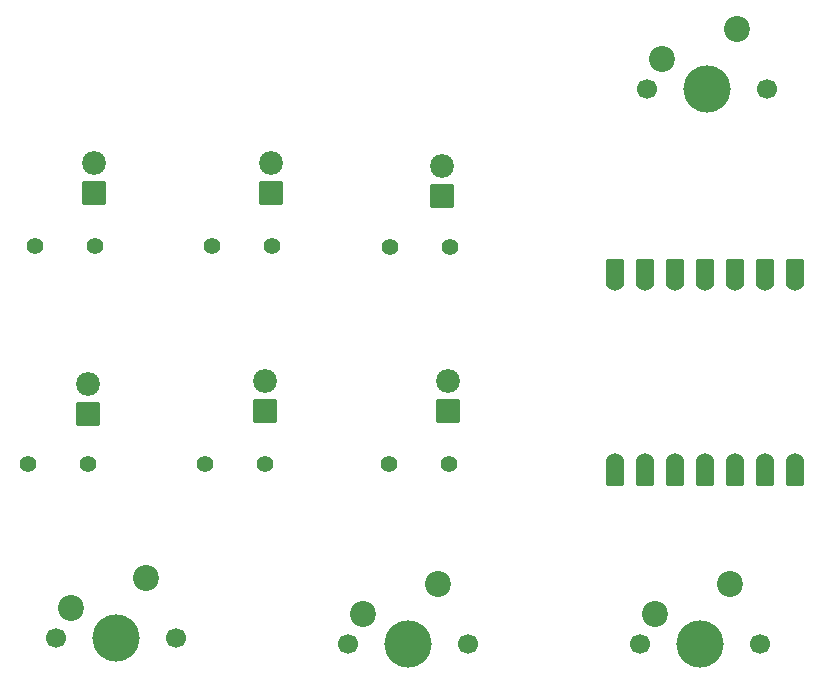
<source format=gbr>
%TF.GenerationSoftware,KiCad,Pcbnew,9.0.2*%
%TF.CreationDate,2025-07-04T23:43:28-04:00*%
%TF.ProjectId,pathfinder,70617468-6669-46e6-9465-722e6b696361,rev?*%
%TF.SameCoordinates,Original*%
%TF.FileFunction,Soldermask,Top*%
%TF.FilePolarity,Negative*%
%FSLAX46Y46*%
G04 Gerber Fmt 4.6, Leading zero omitted, Abs format (unit mm)*
G04 Created by KiCad (PCBNEW 9.0.2) date 2025-07-04 23:43:28*
%MOMM*%
%LPD*%
G01*
G04 APERTURE LIST*
G04 Aperture macros list*
%AMRoundRect*
0 Rectangle with rounded corners*
0 $1 Rounding radius*
0 $2 $3 $4 $5 $6 $7 $8 $9 X,Y pos of 4 corners*
0 Add a 4 corners polygon primitive as box body*
4,1,4,$2,$3,$4,$5,$6,$7,$8,$9,$2,$3,0*
0 Add four circle primitives for the rounded corners*
1,1,$1+$1,$2,$3*
1,1,$1+$1,$4,$5*
1,1,$1+$1,$6,$7*
1,1,$1+$1,$8,$9*
0 Add four rect primitives between the rounded corners*
20,1,$1+$1,$2,$3,$4,$5,0*
20,1,$1+$1,$4,$5,$6,$7,0*
20,1,$1+$1,$6,$7,$8,$9,0*
20,1,$1+$1,$8,$9,$2,$3,0*%
G04 Aperture macros list end*
%ADD10RoundRect,0.152400X-0.609600X1.063600X-0.609600X-1.063600X0.609600X-1.063600X0.609600X1.063600X0*%
%ADD11C,1.524000*%
%ADD12RoundRect,0.152400X0.609600X-1.063600X0.609600X1.063600X-0.609600X1.063600X-0.609600X-1.063600X0*%
%ADD13C,2.200000*%
%ADD14C,1.700000*%
%ADD15C,4.000000*%
%ADD16C,1.400000*%
%ADD17C,2.019000*%
%ADD18RoundRect,0.102000X0.907500X-0.907500X0.907500X0.907500X-0.907500X0.907500X-0.907500X-0.907500X0*%
G04 APERTURE END LIST*
D10*
%TO.C,U1*%
X127851500Y-84955000D03*
D11*
X127851500Y-84120000D03*
D10*
X125311500Y-84955000D03*
D11*
X125311500Y-84120000D03*
D10*
X122771500Y-84955000D03*
D11*
X122771500Y-84120000D03*
D10*
X120231500Y-84955000D03*
D11*
X120231500Y-84120000D03*
D10*
X117691500Y-84955000D03*
D11*
X117691500Y-84120000D03*
D10*
X115151500Y-84955000D03*
D11*
X115151500Y-84120000D03*
D10*
X112611500Y-84955000D03*
D11*
X112611500Y-84120000D03*
X112611500Y-68880000D03*
D12*
X112611500Y-68045000D03*
D11*
X115151500Y-68880000D03*
D12*
X115151500Y-68045000D03*
D11*
X117691500Y-68880000D03*
D12*
X117691500Y-68045000D03*
D11*
X120231500Y-68880000D03*
D12*
X120231500Y-68045000D03*
D11*
X122771500Y-68880000D03*
D12*
X122771500Y-68045000D03*
D11*
X125311500Y-68880000D03*
D12*
X125311500Y-68045000D03*
D11*
X127851500Y-68880000D03*
D12*
X127851500Y-68045000D03*
%TD*%
D13*
%TO.C,SW4*%
X116610000Y-49960000D03*
X122960000Y-47420000D03*
D14*
X125500000Y-52500000D03*
D15*
X120420000Y-52500000D03*
D14*
X115340000Y-52500000D03*
%TD*%
D16*
%TO.C,R4*%
X68576979Y-65770000D03*
X63496979Y-65770000D03*
%TD*%
D17*
%TO.C,D2*%
X83000000Y-77190000D03*
D18*
X83000000Y-79730000D03*
%TD*%
D16*
%TO.C,R5*%
X83602638Y-65810000D03*
X78522638Y-65810000D03*
%TD*%
D17*
%TO.C,D3*%
X98500000Y-77190000D03*
D18*
X98500000Y-79730000D03*
%TD*%
D17*
%TO.C,D4*%
X68500000Y-58730000D03*
D18*
X68500000Y-61270000D03*
%TD*%
D14*
%TO.C,SW2*%
X90033333Y-99500000D03*
D15*
X95113333Y-99500000D03*
D14*
X100193333Y-99500000D03*
D13*
X97653333Y-94420000D03*
X91303333Y-96960000D03*
%TD*%
D16*
%TO.C,R1*%
X68000000Y-84230000D03*
X62920000Y-84230000D03*
%TD*%
%TO.C,R2*%
X83025660Y-84230000D03*
X77945660Y-84230000D03*
%TD*%
D17*
%TO.C,D1*%
X68000000Y-77460000D03*
D18*
X68000000Y-80000000D03*
%TD*%
D14*
%TO.C,SW1*%
X65340000Y-99000000D03*
D15*
X70420000Y-99000000D03*
D14*
X75500000Y-99000000D03*
D13*
X72960000Y-93920000D03*
X66610000Y-96460000D03*
%TD*%
D17*
%TO.C,D5*%
X83500000Y-58730000D03*
D18*
X83500000Y-61270000D03*
%TD*%
D16*
%TO.C,R6*%
X98628298Y-65850000D03*
X93548298Y-65850000D03*
%TD*%
%TO.C,R3*%
X98540000Y-84230000D03*
X93460000Y-84230000D03*
%TD*%
D17*
%TO.C,D6*%
X98000000Y-59000000D03*
D18*
X98000000Y-61540000D03*
%TD*%
D14*
%TO.C,SW3*%
X114726667Y-99500000D03*
D15*
X119806667Y-99500000D03*
D14*
X124886667Y-99500000D03*
D13*
X122346667Y-94420000D03*
X115996667Y-96960000D03*
%TD*%
M02*

</source>
